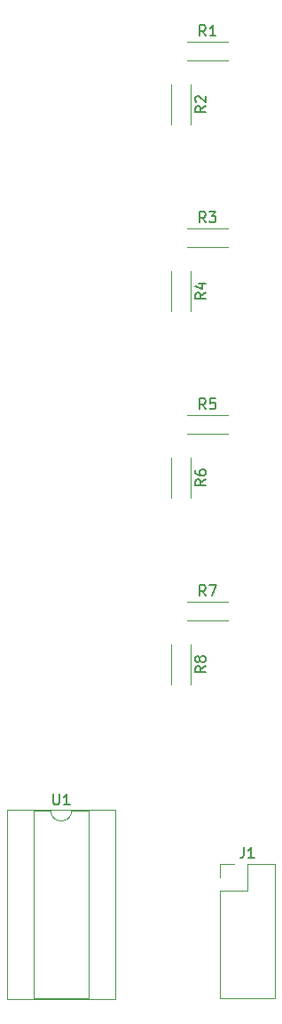
<source format=gbr>
%TF.GenerationSoftware,KiCad,Pcbnew,7.0.8*%
%TF.CreationDate,2023-10-15T22:05:22-04:00*%
%TF.ProjectId,Gates Out,47617465-7320-44f7-9574-2e6b69636164,rev?*%
%TF.SameCoordinates,Original*%
%TF.FileFunction,Legend,Top*%
%TF.FilePolarity,Positive*%
%FSLAX46Y46*%
G04 Gerber Fmt 4.6, Leading zero omitted, Abs format (unit mm)*
G04 Created by KiCad (PCBNEW 7.0.8) date 2023-10-15 22:05:22*
%MOMM*%
%LPD*%
G01*
G04 APERTURE LIST*
%ADD10C,0.150000*%
%ADD11C,0.120000*%
G04 APERTURE END LIST*
D10*
X150368095Y-129204819D02*
X150368095Y-130014342D01*
X150368095Y-130014342D02*
X150415714Y-130109580D01*
X150415714Y-130109580D02*
X150463333Y-130157200D01*
X150463333Y-130157200D02*
X150558571Y-130204819D01*
X150558571Y-130204819D02*
X150749047Y-130204819D01*
X150749047Y-130204819D02*
X150844285Y-130157200D01*
X150844285Y-130157200D02*
X150891904Y-130109580D01*
X150891904Y-130109580D02*
X150939523Y-130014342D01*
X150939523Y-130014342D02*
X150939523Y-129204819D01*
X151939523Y-130204819D02*
X151368095Y-130204819D01*
X151653809Y-130204819D02*
X151653809Y-129204819D01*
X151653809Y-129204819D02*
X151558571Y-129347676D01*
X151558571Y-129347676D02*
X151463333Y-129442914D01*
X151463333Y-129442914D02*
X151368095Y-129490533D01*
X164934819Y-117006666D02*
X164458628Y-117339999D01*
X164934819Y-117578094D02*
X163934819Y-117578094D01*
X163934819Y-117578094D02*
X163934819Y-117197142D01*
X163934819Y-117197142D02*
X163982438Y-117101904D01*
X163982438Y-117101904D02*
X164030057Y-117054285D01*
X164030057Y-117054285D02*
X164125295Y-117006666D01*
X164125295Y-117006666D02*
X164268152Y-117006666D01*
X164268152Y-117006666D02*
X164363390Y-117054285D01*
X164363390Y-117054285D02*
X164411009Y-117101904D01*
X164411009Y-117101904D02*
X164458628Y-117197142D01*
X164458628Y-117197142D02*
X164458628Y-117578094D01*
X164363390Y-116435237D02*
X164315771Y-116530475D01*
X164315771Y-116530475D02*
X164268152Y-116578094D01*
X164268152Y-116578094D02*
X164172914Y-116625713D01*
X164172914Y-116625713D02*
X164125295Y-116625713D01*
X164125295Y-116625713D02*
X164030057Y-116578094D01*
X164030057Y-116578094D02*
X163982438Y-116530475D01*
X163982438Y-116530475D02*
X163934819Y-116435237D01*
X163934819Y-116435237D02*
X163934819Y-116244761D01*
X163934819Y-116244761D02*
X163982438Y-116149523D01*
X163982438Y-116149523D02*
X164030057Y-116101904D01*
X164030057Y-116101904D02*
X164125295Y-116054285D01*
X164125295Y-116054285D02*
X164172914Y-116054285D01*
X164172914Y-116054285D02*
X164268152Y-116101904D01*
X164268152Y-116101904D02*
X164315771Y-116149523D01*
X164315771Y-116149523D02*
X164363390Y-116244761D01*
X164363390Y-116244761D02*
X164363390Y-116435237D01*
X164363390Y-116435237D02*
X164411009Y-116530475D01*
X164411009Y-116530475D02*
X164458628Y-116578094D01*
X164458628Y-116578094D02*
X164553866Y-116625713D01*
X164553866Y-116625713D02*
X164744342Y-116625713D01*
X164744342Y-116625713D02*
X164839580Y-116578094D01*
X164839580Y-116578094D02*
X164887200Y-116530475D01*
X164887200Y-116530475D02*
X164934819Y-116435237D01*
X164934819Y-116435237D02*
X164934819Y-116244761D01*
X164934819Y-116244761D02*
X164887200Y-116149523D01*
X164887200Y-116149523D02*
X164839580Y-116101904D01*
X164839580Y-116101904D02*
X164744342Y-116054285D01*
X164744342Y-116054285D02*
X164553866Y-116054285D01*
X164553866Y-116054285D02*
X164458628Y-116101904D01*
X164458628Y-116101904D02*
X164411009Y-116149523D01*
X164411009Y-116149523D02*
X164363390Y-116244761D01*
X164933333Y-110294819D02*
X164600000Y-109818628D01*
X164361905Y-110294819D02*
X164361905Y-109294819D01*
X164361905Y-109294819D02*
X164742857Y-109294819D01*
X164742857Y-109294819D02*
X164838095Y-109342438D01*
X164838095Y-109342438D02*
X164885714Y-109390057D01*
X164885714Y-109390057D02*
X164933333Y-109485295D01*
X164933333Y-109485295D02*
X164933333Y-109628152D01*
X164933333Y-109628152D02*
X164885714Y-109723390D01*
X164885714Y-109723390D02*
X164838095Y-109771009D01*
X164838095Y-109771009D02*
X164742857Y-109818628D01*
X164742857Y-109818628D02*
X164361905Y-109818628D01*
X165266667Y-109294819D02*
X165933333Y-109294819D01*
X165933333Y-109294819D02*
X165504762Y-110294819D01*
X164934819Y-99226666D02*
X164458628Y-99559999D01*
X164934819Y-99798094D02*
X163934819Y-99798094D01*
X163934819Y-99798094D02*
X163934819Y-99417142D01*
X163934819Y-99417142D02*
X163982438Y-99321904D01*
X163982438Y-99321904D02*
X164030057Y-99274285D01*
X164030057Y-99274285D02*
X164125295Y-99226666D01*
X164125295Y-99226666D02*
X164268152Y-99226666D01*
X164268152Y-99226666D02*
X164363390Y-99274285D01*
X164363390Y-99274285D02*
X164411009Y-99321904D01*
X164411009Y-99321904D02*
X164458628Y-99417142D01*
X164458628Y-99417142D02*
X164458628Y-99798094D01*
X163934819Y-98369523D02*
X163934819Y-98559999D01*
X163934819Y-98559999D02*
X163982438Y-98655237D01*
X163982438Y-98655237D02*
X164030057Y-98702856D01*
X164030057Y-98702856D02*
X164172914Y-98798094D01*
X164172914Y-98798094D02*
X164363390Y-98845713D01*
X164363390Y-98845713D02*
X164744342Y-98845713D01*
X164744342Y-98845713D02*
X164839580Y-98798094D01*
X164839580Y-98798094D02*
X164887200Y-98750475D01*
X164887200Y-98750475D02*
X164934819Y-98655237D01*
X164934819Y-98655237D02*
X164934819Y-98464761D01*
X164934819Y-98464761D02*
X164887200Y-98369523D01*
X164887200Y-98369523D02*
X164839580Y-98321904D01*
X164839580Y-98321904D02*
X164744342Y-98274285D01*
X164744342Y-98274285D02*
X164506247Y-98274285D01*
X164506247Y-98274285D02*
X164411009Y-98321904D01*
X164411009Y-98321904D02*
X164363390Y-98369523D01*
X164363390Y-98369523D02*
X164315771Y-98464761D01*
X164315771Y-98464761D02*
X164315771Y-98655237D01*
X164315771Y-98655237D02*
X164363390Y-98750475D01*
X164363390Y-98750475D02*
X164411009Y-98798094D01*
X164411009Y-98798094D02*
X164506247Y-98845713D01*
X164933333Y-92514819D02*
X164600000Y-92038628D01*
X164361905Y-92514819D02*
X164361905Y-91514819D01*
X164361905Y-91514819D02*
X164742857Y-91514819D01*
X164742857Y-91514819D02*
X164838095Y-91562438D01*
X164838095Y-91562438D02*
X164885714Y-91610057D01*
X164885714Y-91610057D02*
X164933333Y-91705295D01*
X164933333Y-91705295D02*
X164933333Y-91848152D01*
X164933333Y-91848152D02*
X164885714Y-91943390D01*
X164885714Y-91943390D02*
X164838095Y-91991009D01*
X164838095Y-91991009D02*
X164742857Y-92038628D01*
X164742857Y-92038628D02*
X164361905Y-92038628D01*
X165838095Y-91514819D02*
X165361905Y-91514819D01*
X165361905Y-91514819D02*
X165314286Y-91991009D01*
X165314286Y-91991009D02*
X165361905Y-91943390D01*
X165361905Y-91943390D02*
X165457143Y-91895771D01*
X165457143Y-91895771D02*
X165695238Y-91895771D01*
X165695238Y-91895771D02*
X165790476Y-91943390D01*
X165790476Y-91943390D02*
X165838095Y-91991009D01*
X165838095Y-91991009D02*
X165885714Y-92086247D01*
X165885714Y-92086247D02*
X165885714Y-92324342D01*
X165885714Y-92324342D02*
X165838095Y-92419580D01*
X165838095Y-92419580D02*
X165790476Y-92467200D01*
X165790476Y-92467200D02*
X165695238Y-92514819D01*
X165695238Y-92514819D02*
X165457143Y-92514819D01*
X165457143Y-92514819D02*
X165361905Y-92467200D01*
X165361905Y-92467200D02*
X165314286Y-92419580D01*
X164934819Y-81446666D02*
X164458628Y-81779999D01*
X164934819Y-82018094D02*
X163934819Y-82018094D01*
X163934819Y-82018094D02*
X163934819Y-81637142D01*
X163934819Y-81637142D02*
X163982438Y-81541904D01*
X163982438Y-81541904D02*
X164030057Y-81494285D01*
X164030057Y-81494285D02*
X164125295Y-81446666D01*
X164125295Y-81446666D02*
X164268152Y-81446666D01*
X164268152Y-81446666D02*
X164363390Y-81494285D01*
X164363390Y-81494285D02*
X164411009Y-81541904D01*
X164411009Y-81541904D02*
X164458628Y-81637142D01*
X164458628Y-81637142D02*
X164458628Y-82018094D01*
X164268152Y-80589523D02*
X164934819Y-80589523D01*
X163887200Y-80827618D02*
X164601485Y-81065713D01*
X164601485Y-81065713D02*
X164601485Y-80446666D01*
X164933333Y-74734819D02*
X164600000Y-74258628D01*
X164361905Y-74734819D02*
X164361905Y-73734819D01*
X164361905Y-73734819D02*
X164742857Y-73734819D01*
X164742857Y-73734819D02*
X164838095Y-73782438D01*
X164838095Y-73782438D02*
X164885714Y-73830057D01*
X164885714Y-73830057D02*
X164933333Y-73925295D01*
X164933333Y-73925295D02*
X164933333Y-74068152D01*
X164933333Y-74068152D02*
X164885714Y-74163390D01*
X164885714Y-74163390D02*
X164838095Y-74211009D01*
X164838095Y-74211009D02*
X164742857Y-74258628D01*
X164742857Y-74258628D02*
X164361905Y-74258628D01*
X165266667Y-73734819D02*
X165885714Y-73734819D01*
X165885714Y-73734819D02*
X165552381Y-74115771D01*
X165552381Y-74115771D02*
X165695238Y-74115771D01*
X165695238Y-74115771D02*
X165790476Y-74163390D01*
X165790476Y-74163390D02*
X165838095Y-74211009D01*
X165838095Y-74211009D02*
X165885714Y-74306247D01*
X165885714Y-74306247D02*
X165885714Y-74544342D01*
X165885714Y-74544342D02*
X165838095Y-74639580D01*
X165838095Y-74639580D02*
X165790476Y-74687200D01*
X165790476Y-74687200D02*
X165695238Y-74734819D01*
X165695238Y-74734819D02*
X165409524Y-74734819D01*
X165409524Y-74734819D02*
X165314286Y-74687200D01*
X165314286Y-74687200D02*
X165266667Y-74639580D01*
X164934819Y-63666666D02*
X164458628Y-63999999D01*
X164934819Y-64238094D02*
X163934819Y-64238094D01*
X163934819Y-64238094D02*
X163934819Y-63857142D01*
X163934819Y-63857142D02*
X163982438Y-63761904D01*
X163982438Y-63761904D02*
X164030057Y-63714285D01*
X164030057Y-63714285D02*
X164125295Y-63666666D01*
X164125295Y-63666666D02*
X164268152Y-63666666D01*
X164268152Y-63666666D02*
X164363390Y-63714285D01*
X164363390Y-63714285D02*
X164411009Y-63761904D01*
X164411009Y-63761904D02*
X164458628Y-63857142D01*
X164458628Y-63857142D02*
X164458628Y-64238094D01*
X164030057Y-63285713D02*
X163982438Y-63238094D01*
X163982438Y-63238094D02*
X163934819Y-63142856D01*
X163934819Y-63142856D02*
X163934819Y-62904761D01*
X163934819Y-62904761D02*
X163982438Y-62809523D01*
X163982438Y-62809523D02*
X164030057Y-62761904D01*
X164030057Y-62761904D02*
X164125295Y-62714285D01*
X164125295Y-62714285D02*
X164220533Y-62714285D01*
X164220533Y-62714285D02*
X164363390Y-62761904D01*
X164363390Y-62761904D02*
X164934819Y-63333332D01*
X164934819Y-63333332D02*
X164934819Y-62714285D01*
X164933333Y-56954819D02*
X164600000Y-56478628D01*
X164361905Y-56954819D02*
X164361905Y-55954819D01*
X164361905Y-55954819D02*
X164742857Y-55954819D01*
X164742857Y-55954819D02*
X164838095Y-56002438D01*
X164838095Y-56002438D02*
X164885714Y-56050057D01*
X164885714Y-56050057D02*
X164933333Y-56145295D01*
X164933333Y-56145295D02*
X164933333Y-56288152D01*
X164933333Y-56288152D02*
X164885714Y-56383390D01*
X164885714Y-56383390D02*
X164838095Y-56431009D01*
X164838095Y-56431009D02*
X164742857Y-56478628D01*
X164742857Y-56478628D02*
X164361905Y-56478628D01*
X165885714Y-56954819D02*
X165314286Y-56954819D01*
X165600000Y-56954819D02*
X165600000Y-55954819D01*
X165600000Y-55954819D02*
X165504762Y-56097676D01*
X165504762Y-56097676D02*
X165409524Y-56192914D01*
X165409524Y-56192914D02*
X165314286Y-56240533D01*
X168576666Y-134284819D02*
X168576666Y-134999104D01*
X168576666Y-134999104D02*
X168529047Y-135141961D01*
X168529047Y-135141961D02*
X168433809Y-135237200D01*
X168433809Y-135237200D02*
X168290952Y-135284819D01*
X168290952Y-135284819D02*
X168195714Y-135284819D01*
X169576666Y-135284819D02*
X169005238Y-135284819D01*
X169290952Y-135284819D02*
X169290952Y-134284819D01*
X169290952Y-134284819D02*
X169195714Y-134427676D01*
X169195714Y-134427676D02*
X169100476Y-134522914D01*
X169100476Y-134522914D02*
X169005238Y-134570533D01*
D11*
%TO.C,U1*%
X156270000Y-130690000D02*
X145990000Y-130690000D01*
X156270000Y-148710000D02*
X156270000Y-130690000D01*
X145990000Y-148710000D02*
X156270000Y-148710000D01*
X153780000Y-130750000D02*
X152130000Y-130750000D01*
X148480000Y-130750000D02*
X148480000Y-148650000D01*
X148480000Y-148650000D02*
X153780000Y-148650000D01*
X150130000Y-130750000D02*
X148480000Y-130750000D01*
X145990000Y-130690000D02*
X145990000Y-148710000D01*
X153780000Y-148650000D02*
X153780000Y-130750000D01*
X150130000Y-130750000D02*
G75*
G03*
X152130000Y-130750000I1000000J0D01*
G01*
%TO.C,R8*%
X161640000Y-114920000D02*
X161640000Y-118760000D01*
X163480000Y-114920000D02*
X163480000Y-118760000D01*
%TO.C,R7*%
X163180000Y-112680000D02*
X167020000Y-112680000D01*
X163180000Y-110840000D02*
X167020000Y-110840000D01*
%TO.C,R6*%
X161640000Y-97140000D02*
X161640000Y-100980000D01*
X163480000Y-97140000D02*
X163480000Y-100980000D01*
%TO.C,R5*%
X163180000Y-94900000D02*
X167020000Y-94900000D01*
X163180000Y-93060000D02*
X167020000Y-93060000D01*
%TO.C,R4*%
X161640000Y-79360000D02*
X161640000Y-83200000D01*
X163480000Y-79360000D02*
X163480000Y-83200000D01*
%TO.C,R3*%
X163180000Y-75280000D02*
X167020000Y-75280000D01*
X163180000Y-77120000D02*
X167020000Y-77120000D01*
%TO.C,R2*%
X161640000Y-61580000D02*
X161640000Y-65420000D01*
X163480000Y-61580000D02*
X163480000Y-65420000D01*
%TO.C,R1*%
X163180000Y-59340000D02*
X167020000Y-59340000D01*
X163180000Y-57500000D02*
X167020000Y-57500000D01*
%TO.C,J1*%
X166310000Y-137160000D02*
X166310000Y-135830000D01*
X166310000Y-138430000D02*
X166310000Y-148650000D01*
X168910000Y-135830000D02*
X171510000Y-135830000D01*
X166310000Y-138430000D02*
X168910000Y-138430000D01*
X166310000Y-135830000D02*
X167640000Y-135830000D01*
X168910000Y-138430000D02*
X168910000Y-135830000D01*
X166310000Y-148650000D02*
X171510000Y-148650000D01*
X171510000Y-135830000D02*
X171510000Y-148650000D01*
%TD*%
M02*

</source>
